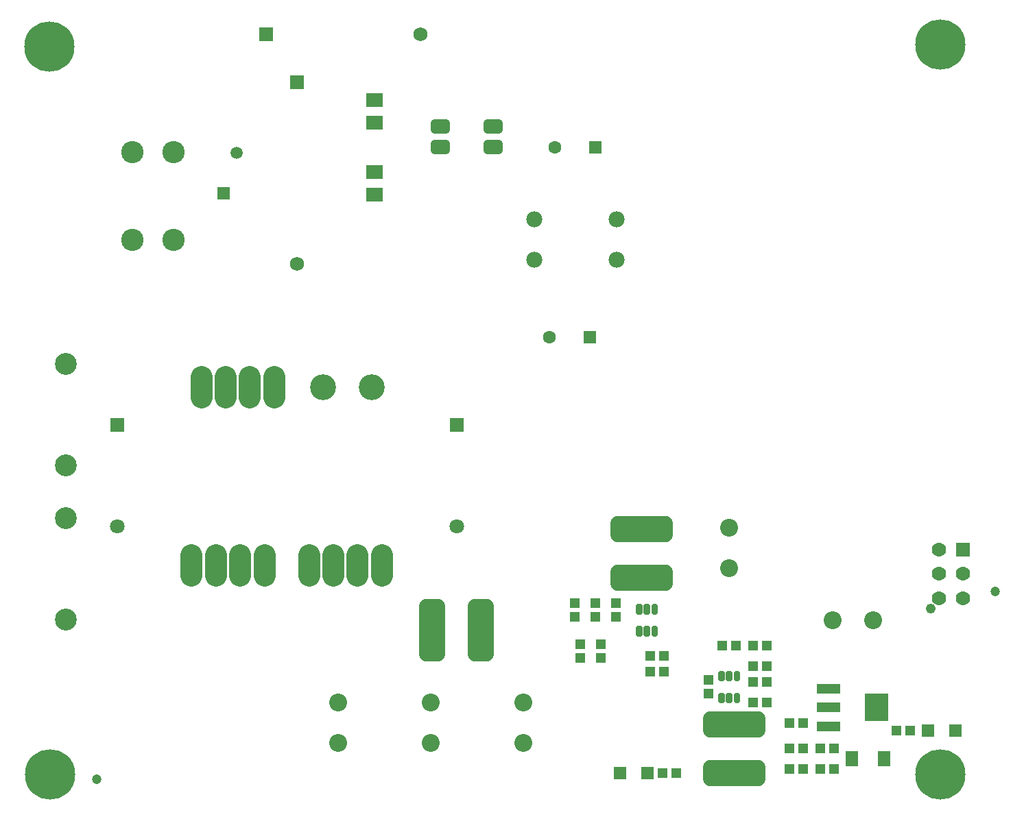
<source format=gbr>
G04 EAGLE Gerber RS-274X export*
G75*
%MOMM*%
%FSLAX34Y34*%
%LPD*%
%INSoldermask Top*%
%IPPOS*%
%AMOC8*
5,1,8,0,0,1.08239X$1,22.5*%
G01*
%ADD10R,1.753200X1.753200*%
%ADD11C,1.753200*%
%ADD12R,1.603200X1.603200*%
%ADD13C,1.603200*%
%ADD14C,2.203200*%
%ADD15R,1.303200X1.203200*%
%ADD16R,1.203200X1.303200*%
%ADD17C,0.981791*%
%ADD18R,1.603200X1.843200*%
%ADD19C,1.203200*%
%ADD20R,2.903200X3.503200*%
%ADD21R,2.903200X1.203200*%
%ADD22C,0.506016*%
%ADD23C,1.965200*%
%ADD24C,6.203200*%
%ADD25R,2.006200X1.803200*%
%ADD26C,2.703200*%
%ADD27C,3.203200*%
%ADD28C,2.743200*%
%ADD29C,1.223200*%
%ADD30R,1.773200X1.773200*%
%ADD31C,1.773200*%
%ADD32R,1.503200X1.503200*%
%ADD33C,1.503200*%
%ADD34C,1.697694*%
%ADD35R,1.703200X1.703200*%
%ADD36C,1.803200*%
%ADD37C,2.703200*%


D10*
X355600Y906250D03*
D11*
X355600Y681250D03*
D12*
X723500Y825500D03*
D13*
X673500Y825500D03*
D12*
X717150Y590550D03*
D13*
X667150Y590550D03*
D14*
X406400Y89300D03*
X406400Y139300D03*
X520700Y89300D03*
X520700Y139300D03*
X635000Y89300D03*
X635000Y139300D03*
D15*
X791600Y196850D03*
X808600Y196850D03*
X791600Y177800D03*
X808600Y177800D03*
D16*
X749300Y245500D03*
X749300Y262500D03*
D15*
X918600Y139700D03*
X935600Y139700D03*
X963050Y82550D03*
X980050Y82550D03*
X963050Y114300D03*
X980050Y114300D03*
X963050Y57150D03*
X980050Y57150D03*
X1018150Y57150D03*
X1001150Y57150D03*
X1001150Y82550D03*
X1018150Y82550D03*
D14*
X1016400Y241300D03*
X1066400Y241300D03*
X889000Y305200D03*
X889000Y355200D03*
D16*
X863600Y150250D03*
X863600Y167250D03*
D17*
X604257Y829357D02*
X591043Y829357D01*
X604257Y829357D02*
X604257Y821643D01*
X591043Y821643D01*
X591043Y829357D01*
X591043Y854757D02*
X604257Y854757D01*
X604257Y847043D01*
X591043Y847043D01*
X591043Y854757D01*
X539257Y854757D02*
X526043Y854757D01*
X539257Y854757D02*
X539257Y847043D01*
X526043Y847043D01*
X526043Y854757D01*
X526043Y829357D02*
X539257Y829357D01*
X539257Y821643D01*
X526043Y821643D01*
X526043Y829357D01*
D18*
X1040300Y69850D03*
X1080600Y69850D03*
D19*
X1217250Y276850D03*
D20*
X1070900Y133350D03*
D21*
X1011900Y110350D03*
X1011900Y133350D03*
X1011900Y156350D03*
D22*
X779386Y250814D02*
X776414Y250814D01*
X776414Y258786D01*
X779386Y258786D01*
X779386Y250814D01*
X779386Y255621D02*
X776414Y255621D01*
X795414Y250814D02*
X798386Y250814D01*
X795414Y250814D02*
X795414Y258786D01*
X798386Y258786D01*
X798386Y250814D01*
X798386Y255621D02*
X795414Y255621D01*
X795414Y223814D02*
X798386Y223814D01*
X795414Y223814D02*
X795414Y231786D01*
X798386Y231786D01*
X798386Y223814D01*
X798386Y228621D02*
X795414Y228621D01*
X788886Y223814D02*
X785914Y223814D01*
X785914Y231786D01*
X788886Y231786D01*
X788886Y223814D01*
X788886Y228621D02*
X785914Y228621D01*
X779386Y223814D02*
X776414Y223814D01*
X776414Y231786D01*
X779386Y231786D01*
X779386Y223814D01*
X779386Y228621D02*
X776414Y228621D01*
X785914Y250814D02*
X788886Y250814D01*
X785914Y250814D02*
X785914Y258786D01*
X788886Y258786D01*
X788886Y250814D01*
X788886Y255621D02*
X785914Y255621D01*
X897014Y149236D02*
X899986Y149236D01*
X899986Y141264D01*
X897014Y141264D01*
X897014Y149236D01*
X897014Y146071D02*
X899986Y146071D01*
X880986Y149236D02*
X878014Y149236D01*
X880986Y149236D02*
X880986Y141264D01*
X878014Y141264D01*
X878014Y149236D01*
X878014Y146071D02*
X880986Y146071D01*
X880986Y176236D02*
X878014Y176236D01*
X880986Y176236D02*
X880986Y168264D01*
X878014Y168264D01*
X878014Y176236D01*
X878014Y173071D02*
X880986Y173071D01*
X887514Y176236D02*
X890486Y176236D01*
X890486Y168264D01*
X887514Y168264D01*
X887514Y176236D01*
X887514Y173071D02*
X890486Y173071D01*
X897014Y176236D02*
X899986Y176236D01*
X899986Y168264D01*
X897014Y168264D01*
X897014Y176236D01*
X897014Y173071D02*
X899986Y173071D01*
X890486Y149236D02*
X887514Y149236D01*
X890486Y149236D02*
X890486Y141264D01*
X887514Y141264D01*
X887514Y149236D01*
X887514Y146071D02*
X890486Y146071D01*
D23*
X648450Y736200D03*
X648200Y686200D03*
X750050Y736200D03*
X749800Y686200D03*
D24*
X50800Y50800D03*
X50000Y950000D03*
X1149350Y952500D03*
X1149350Y50800D03*
D10*
X317200Y965200D03*
D11*
X508300Y965200D03*
D25*
X450850Y884170D03*
X450850Y855730D03*
X450850Y795270D03*
X450850Y766830D03*
D15*
X730250Y211700D03*
X730250Y194700D03*
X704850Y194700D03*
X704850Y211700D03*
D16*
X897500Y209550D03*
X880500Y209550D03*
X935600Y209550D03*
X918600Y209550D03*
X935600Y165100D03*
X918600Y165100D03*
X918600Y184150D03*
X935600Y184150D03*
D15*
X723900Y262500D03*
X723900Y245500D03*
X698500Y262500D03*
X698500Y245500D03*
D26*
X225400Y296600D02*
X225400Y321600D01*
X255400Y321600D02*
X255400Y296600D01*
X285400Y296600D02*
X285400Y321600D01*
X370400Y321600D02*
X370400Y296600D01*
X315400Y296600D02*
X315400Y321600D01*
X400400Y321600D02*
X400400Y296600D01*
X460400Y296600D02*
X460400Y321600D01*
X267400Y516600D02*
X267400Y541600D01*
X297400Y541600D02*
X297400Y516600D01*
X327400Y516600D02*
X327400Y541600D01*
X237400Y541600D02*
X237400Y516600D01*
D27*
X387400Y529100D03*
D26*
X430400Y321600D02*
X430400Y296600D01*
D27*
X447400Y529100D03*
D28*
X203200Y819150D03*
X152400Y819150D03*
X203200Y711200D03*
X152400Y711200D03*
D29*
X1137900Y255650D03*
D30*
X1177700Y328450D03*
D31*
X1177700Y298450D03*
X1177700Y268450D03*
X1147700Y328450D03*
X1147700Y298450D03*
X1147700Y268450D03*
D32*
X265050Y768750D03*
D33*
X281050Y818750D03*
D34*
X514922Y198572D02*
X529978Y198572D01*
X514922Y198572D02*
X514922Y258628D01*
X529978Y258628D01*
X529978Y198572D01*
X529978Y214700D02*
X514922Y214700D01*
X514922Y230828D02*
X529978Y230828D01*
X529978Y246956D02*
X514922Y246956D01*
X574922Y198572D02*
X589978Y198572D01*
X574922Y198572D02*
X574922Y258628D01*
X589978Y258628D01*
X589978Y198572D01*
X589978Y214700D02*
X574922Y214700D01*
X574922Y230828D02*
X589978Y230828D01*
X589978Y246956D02*
X574922Y246956D01*
X811078Y286322D02*
X811078Y301378D01*
X811078Y286322D02*
X751022Y286322D01*
X751022Y301378D01*
X811078Y301378D01*
X811078Y346322D02*
X811078Y361378D01*
X811078Y346322D02*
X751022Y346322D01*
X751022Y361378D01*
X811078Y361378D01*
X865322Y120078D02*
X865322Y105022D01*
X865322Y120078D02*
X925378Y120078D01*
X925378Y105022D01*
X865322Y105022D01*
X865322Y60078D02*
X865322Y45022D01*
X865322Y60078D02*
X925378Y60078D01*
X925378Y45022D01*
X865322Y45022D01*
D35*
X133350Y482600D03*
D36*
X133350Y357600D03*
D35*
X552450Y482600D03*
D36*
X552450Y357600D03*
D37*
X69850Y557800D03*
X69850Y432800D03*
X69850Y367300D03*
X69850Y242300D03*
D19*
X107950Y44450D03*
D32*
X754000Y52000D03*
X788000Y52000D03*
X1168000Y105000D03*
X1134000Y105000D03*
D16*
X823500Y52000D03*
X806500Y52000D03*
X1095500Y105000D03*
X1112500Y105000D03*
M02*

</source>
